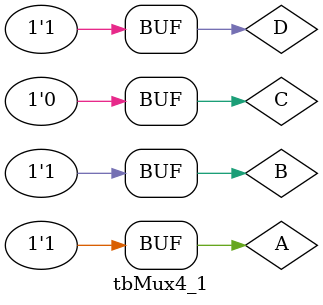
<source format=v>
module tbMux4_1();
reg A,B,C,D,S1,S0;
wire Out;

  always@(A or B or C or D or S1 or S0)
  begin
    #500
    A=1'b1;
    B=1'b1;
    C=1'b0;
    D=1'b1;
  end

endmodule
</source>
